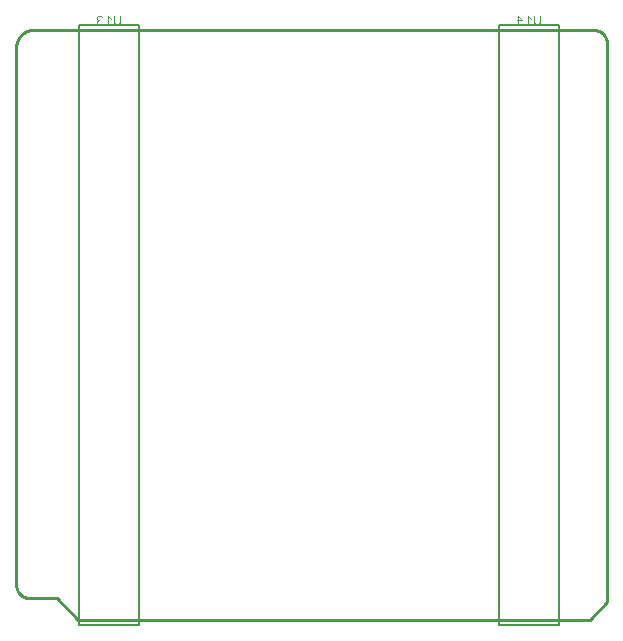
<source format=gbo>
G75*
%MOIN*%
%OFA0B0*%
%FSLAX25Y25*%
%IPPOS*%
%LPD*%
%AMOC8*
5,1,8,0,0,1.08239X$1,22.5*
%
%ADD10C,0.01000*%
%ADD11C,0.00500*%
%ADD12C,0.00400*%
D10*
X0024114Y0014431D02*
X0024114Y0194719D01*
X0024114Y0194718D02*
X0024132Y0194867D01*
X0024154Y0195015D01*
X0024180Y0195162D01*
X0024209Y0195309D01*
X0024243Y0195454D01*
X0024280Y0195599D01*
X0024321Y0195743D01*
X0024366Y0195886D01*
X0024415Y0196027D01*
X0024467Y0196168D01*
X0024523Y0196306D01*
X0024583Y0196444D01*
X0024646Y0196579D01*
X0024712Y0196713D01*
X0024783Y0196845D01*
X0024856Y0196976D01*
X0024933Y0197104D01*
X0025013Y0197230D01*
X0025097Y0197354D01*
X0025184Y0197476D01*
X0025274Y0197596D01*
X0025367Y0197713D01*
X0025463Y0197827D01*
X0025562Y0197940D01*
X0025664Y0198049D01*
X0025769Y0198156D01*
X0025876Y0198260D01*
X0025986Y0198361D01*
X0026099Y0198459D01*
X0026215Y0198555D01*
X0026333Y0198647D01*
X0026453Y0198736D01*
X0026575Y0198822D01*
X0026700Y0198904D01*
X0026827Y0198984D01*
X0026956Y0199060D01*
X0027086Y0199132D01*
X0027219Y0199202D01*
X0027353Y0199267D01*
X0027490Y0199329D01*
X0027627Y0199388D01*
X0027766Y0199443D01*
X0027907Y0199494D01*
X0028049Y0199542D01*
X0028192Y0199586D01*
X0028336Y0199626D01*
X0028481Y0199662D01*
X0028627Y0199694D01*
X0028774Y0199723D01*
X0028922Y0199748D01*
X0029070Y0199769D01*
X0029218Y0199786D01*
X0029367Y0199799D01*
X0029517Y0199808D01*
X0029666Y0199814D01*
X0029816Y0199815D01*
X0029965Y0199812D01*
X0030115Y0199806D01*
X0030264Y0199796D01*
X0030413Y0199781D01*
X0217110Y0199781D01*
X0217242Y0199761D01*
X0217373Y0199738D01*
X0217504Y0199710D01*
X0217633Y0199678D01*
X0217762Y0199643D01*
X0217889Y0199604D01*
X0218016Y0199561D01*
X0218141Y0199515D01*
X0218264Y0199464D01*
X0218386Y0199410D01*
X0218506Y0199353D01*
X0218625Y0199292D01*
X0218742Y0199227D01*
X0218856Y0199159D01*
X0218969Y0199088D01*
X0219079Y0199013D01*
X0219188Y0198935D01*
X0219293Y0198854D01*
X0219397Y0198770D01*
X0219498Y0198683D01*
X0219596Y0198593D01*
X0219692Y0198500D01*
X0219784Y0198404D01*
X0219874Y0198306D01*
X0219961Y0198205D01*
X0220045Y0198101D01*
X0220126Y0197995D01*
X0220203Y0197886D01*
X0220278Y0197776D01*
X0220349Y0197663D01*
X0220416Y0197548D01*
X0220481Y0197431D01*
X0220541Y0197312D01*
X0220598Y0197192D01*
X0220652Y0197070D01*
X0220702Y0196946D01*
X0220748Y0196821D01*
X0220791Y0196695D01*
X0220830Y0196567D01*
X0220865Y0196439D01*
X0220896Y0196309D01*
X0220923Y0196178D01*
X0220946Y0196047D01*
X0220966Y0195915D01*
X0220981Y0195783D01*
X0220993Y0195650D01*
X0221001Y0195517D01*
X0221005Y0195384D01*
X0221004Y0195250D01*
X0221000Y0195117D01*
X0220992Y0194984D01*
X0220980Y0194851D01*
X0220964Y0194719D01*
X0220964Y0009014D01*
X0215256Y0003250D01*
X0044826Y0003250D01*
X0037582Y0010494D01*
X0028763Y0010494D01*
X0028633Y0010485D01*
X0028503Y0010480D01*
X0028373Y0010479D01*
X0028243Y0010482D01*
X0028113Y0010489D01*
X0027984Y0010500D01*
X0027854Y0010515D01*
X0027726Y0010533D01*
X0027597Y0010556D01*
X0027470Y0010582D01*
X0027343Y0010612D01*
X0027218Y0010646D01*
X0027093Y0010684D01*
X0026970Y0010726D01*
X0026848Y0010771D01*
X0026727Y0010820D01*
X0026608Y0010872D01*
X0026491Y0010929D01*
X0026375Y0010988D01*
X0026261Y0011051D01*
X0026150Y0011118D01*
X0026040Y0011188D01*
X0025932Y0011261D01*
X0025827Y0011337D01*
X0025724Y0011417D01*
X0025623Y0011499D01*
X0025525Y0011585D01*
X0025430Y0011673D01*
X0025337Y0011765D01*
X0025247Y0011859D01*
X0025160Y0011956D01*
X0025076Y0012055D01*
X0024995Y0012157D01*
X0024917Y0012261D01*
X0024843Y0012368D01*
X0024771Y0012476D01*
X0024703Y0012587D01*
X0024638Y0012700D01*
X0024577Y0012815D01*
X0024519Y0012931D01*
X0024465Y0013050D01*
X0024414Y0013170D01*
X0024367Y0013291D01*
X0024324Y0013414D01*
X0024284Y0013538D01*
X0024248Y0013663D01*
X0024216Y0013789D01*
X0024188Y0013916D01*
X0024164Y0014044D01*
X0024143Y0014172D01*
X0024126Y0014301D01*
X0024114Y0014431D01*
D11*
X0044952Y0001494D02*
X0064952Y0001494D01*
X0064952Y0201494D01*
X0044952Y0201494D01*
X0044952Y0001494D01*
X0184952Y0001494D02*
X0204952Y0001494D01*
X0204952Y0201494D01*
X0184952Y0201494D01*
X0184952Y0001494D01*
D12*
X0191298Y0201694D02*
X0191298Y0204496D01*
X0192699Y0203095D01*
X0190831Y0203095D01*
X0193777Y0201694D02*
X0195645Y0201694D01*
X0194711Y0201694D02*
X0194711Y0204496D01*
X0195645Y0203562D01*
X0196724Y0204496D02*
X0196724Y0202161D01*
X0197191Y0201694D01*
X0198125Y0201694D01*
X0198592Y0202161D01*
X0198592Y0204496D01*
X0058592Y0204496D02*
X0058592Y0202161D01*
X0058125Y0201694D01*
X0057191Y0201694D01*
X0056724Y0202161D01*
X0056724Y0204496D01*
X0055645Y0203562D02*
X0054711Y0204496D01*
X0054711Y0201694D01*
X0055645Y0201694D02*
X0053777Y0201694D01*
X0052699Y0202161D02*
X0052232Y0201694D01*
X0051298Y0201694D01*
X0050831Y0202161D01*
X0050831Y0202628D01*
X0051298Y0203095D01*
X0051765Y0203095D01*
X0051298Y0203095D02*
X0050831Y0203562D01*
X0050831Y0204029D01*
X0051298Y0204496D01*
X0052232Y0204496D01*
X0052699Y0204029D01*
M02*

</source>
